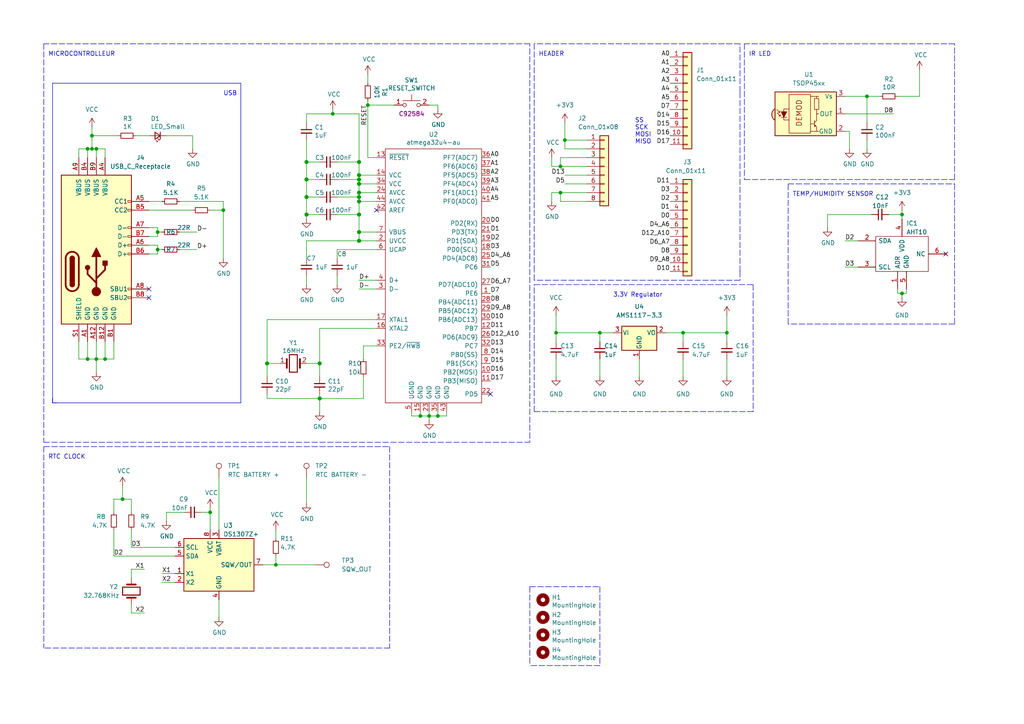
<source format=kicad_sch>
(kicad_sch (version 20220104) (generator eeschema)
  (paper "A4")
  (title_block (title "Arduino Module") (date "2021-11-13") (rev "1.0"))
  (lib_symbols
    (symbol "AHT10:AHT10" (pin_names (offset 0.762))
      (property "Reference" "IC" (at 21.59 7.62 0))
      (property "Value" "AHT10" (at 21.59 5.08 0))
      (property "LCSC" "C368909" (at 0 0 0))
      (symbol "AHT10_0_0"
        (pin passive line (at 11.43 -12.7 90) (length 5.08) (name "ADR") (number "1"))
        (pin passive line (at 0 1.27 0) (length 5.08) (name "SDA") (number "2"))
        (pin passive line (at 0 -6.35 0) (length 5.08) (name "SCL") (number "3"))
        (pin passive line (at 12.7 7.62 270) (length 5.08) (name "VDD") (number "4"))
        (pin passive line (at 13.97 -12.7 90) (length 5.08) (name "GND") (number "5"))
        (pin no_connect line (at 25.4 -2.54 180) (length 5.08) (name "NC") (number "6"))
      )
    )
    (symbol "Connector:TestPoint" (pin_numbers hide) (pin_names (offset 0.762) hide)
      (property "Reference" "TP" (at 0 6.858 0))
      (property "Value" "TestPoint" (at 0 5.08 0))
      (symbol "TestPoint_1_1"
        (pin passive line (at 0 0 90) (length 2.54) (name "1") (number "1"))
      )
    )
    (symbol "Connector:USB_C_Receptacle" (pin_names (offset 1.016))
      (property "Reference" "J5" (at 12.827 25.4 0))
      (property "Value" "USB_C_Receptacle" (at 12.827 22.86 0))
      (symbol "USB_C_Receptacle_1_1"
        (pin passive line (at -2.54 -27.94 90) (length 5.08) (name "GND") (number "A1"))
        (pin passive line (at 0 -27.94 90) (length 5.08) (name "GND") (number "A12"))
        (pin passive line (at 2.54 25.4 270) (length 5.08) (name "VBUS") (number "A4"))
        (pin bidirectional line (at 15.24 12.7 180) (length 5.08) (name "CC1") (number "A5"))
        (pin bidirectional line (at 15.24 0 180) (length 5.08) (name "D+") (number "A6"))
        (pin bidirectional line (at 15.24 5.08 180) (length 5.08) (name "D-") (number "A7"))
        (pin bidirectional line (at 15.24 -12.7 180) (length 5.08) (name "SBU1") (number "A8"))
        (pin passive line (at -5.08 25.4 270) (length 5.08) (name "VBUS") (number "A9"))
        (pin passive line (at 5.08 -27.94 90) (length 5.08) (name "GND") (number "B1"))
        (pin passive line (at 2.54 -27.94 90) (length 5.08) (name "GND") (number "B12"))
        (pin passive line (at -2.54 25.4 270) (length 5.08) (name "VBUS") (number "B4"))
        (pin bidirectional line (at 15.24 10.16 180) (length 5.08) (name "CC2") (number "B5"))
        (pin bidirectional line (at 15.24 -2.54 180) (length 5.08) (name "D+") (number "B6"))
        (pin bidirectional line (at 15.24 2.54 180) (length 5.08) (name "D-") (number "B7"))
        (pin bidirectional line (at 15.24 -15.24 180) (length 5.08) (name "SBU2") (number "B8"))
        (pin passive line (at 0 25.4 270) (length 5.08) (name "VBUS") (number "B9"))
        (pin passive line (at -5.08 -27.94 90) (length 5.08) (name "SHIELD") (number "S1"))
      )
    )
    (symbol "Connector_Generic:Conn_01x08" (pin_names (offset 1.016) hide)
      (property "Reference" "J" (at 0 10.16 0))
      (property "Value" "Conn_01x08" (at 0 -12.7 0))
      (symbol "Conn_01x08_1_1"
        (pin passive line (at -5.08 7.62 0) (length 3.81) (name "Pin_1") (number "1"))
        (pin passive line (at -5.08 5.08 0) (length 3.81) (name "Pin_2") (number "2"))
        (pin passive line (at -5.08 2.54 0) (length 3.81) (name "Pin_3") (number "3"))
        (pin passive line (at -5.08 0 0) (length 3.81) (name "Pin_4") (number "4"))
        (pin passive line (at -5.08 -2.54 0) (length 3.81) (name "Pin_5") (number "5"))
        (pin passive line (at -5.08 -5.08 0) (length 3.81) (name "Pin_6") (number "6"))
        (pin passive line (at -5.08 -7.62 0) (length 3.81) (name "Pin_7") (number "7"))
        (pin passive line (at -5.08 -10.16 0) (length 3.81) (name "Pin_8") (number "8"))
      )
    )
    (symbol "Connector_Generic:Conn_01x11" (pin_names (offset 1.016) hide)
      (property "Reference" "J" (at 0 15.24 0))
      (property "Value" "Conn_01x11" (at 0 -15.24 0))
      (symbol "Conn_01x11_1_1"
        (pin passive line (at -5.08 12.7 0) (length 3.81) (name "Pin_1") (number "1"))
        (pin passive line (at -5.08 -10.16 0) (length 3.81) (name "Pin_10") (number "10"))
        (pin passive line (at -5.08 -12.7 0) (length 3.81) (name "Pin_11") (number "11"))
        (pin passive line (at -5.08 10.16 0) (length 3.81) (name "Pin_2") (number "2"))
        (pin passive line (at -5.08 7.62 0) (length 3.81) (name "Pin_3") (number "3"))
        (pin passive line (at -5.08 5.08 0) (length 3.81) (name "Pin_4") (number "4"))
        (pin passive line (at -5.08 2.54 0) (length 3.81) (name "Pin_5") (number "5"))
        (pin passive line (at -5.08 0 0) (length 3.81) (name "Pin_6") (number "6"))
        (pin passive line (at -5.08 -2.54 0) (length 3.81) (name "Pin_7") (number "7"))
        (pin passive line (at -5.08 -5.08 0) (length 3.81) (name "Pin_8") (number "8"))
        (pin passive line (at -5.08 -7.62 0) (length 3.81) (name "Pin_9") (number "9"))
      )
    )
    (symbol "Crystal_1" (pin_names (offset 1.016) hide)
      (property "Reference" "Y" (at 0 3.81 0))
      (property "Value" "Crystal_1" (at 0 -3.81 0))
      (symbol "Crystal_1_1_1"
        (pin passive line (at -3.81 0 0) (length 1.27) (name "1") (number "1"))
        (pin passive line (at 3.81 0 180) (length 1.27) (name "2") (number "2"))
      )
    )
    (symbol "Device:C_Small" (pin_numbers hide) (pin_names (offset 0.254) hide)
      (property "Reference" "C" (at 0.254 1.778 0))
      (property "Value" "C_Small" (at 0.254 -2.032 0))
      (symbol "C_Small_1_1"
        (pin passive line (at 0 2.54 270) (length 2.032) (name "~") (number "1"))
        (pin passive line (at 0 -2.54 90) (length 2.032) (name "~") (number "2"))
      )
    )
    (symbol "Device:Crystal" (pin_numbers hide) (pin_names (offset 1.016) hide)
      (property "Reference" "Y" (at 0 3.81 0))
      (property "Value" "Crystal" (at 0 -3.81 0))
      (symbol "Crystal_1_1"
        (pin passive line (at -3.81 0 0) (length 1.27) (name "1") (number "1"))
        (pin passive line (at 3.81 0 180) (length 1.27) (name "2") (number "2"))
      )
    )
    (symbol "Device:LED_Small" (pin_numbers hide) (pin_names (offset 0.254) hide)
      (property "Reference" "D" (at -1.27 3.175 0))
      (property "Value" "LED_Small" (at -4.445 -2.54 0))
      (symbol "LED_Small_1_1"
        (pin passive line (at -2.54 0 0) (length 1.778) (name "K") (number "1"))
        (pin passive line (at 2.54 0 180) (length 1.778) (name "A") (number "2"))
      )
    )
    (symbol "Device:R_Small" (pin_numbers hide) (pin_names (offset 0.254) hide)
      (property "Reference" "R" (at 0.762 0.508 0))
      (property "Value" "R_Small" (at 0.762 -1.016 0))
      (symbol "R_Small_1_1"
        (pin passive line (at 0 2.54 270) (length 0.762) (name "~") (number "1"))
        (pin passive line (at 0 -2.54 90) (length 0.762) (name "~") (number "2"))
      )
    )
    (symbol "Interface_Optical:TSOP45xx" (pin_names (offset 1.016))
      (property "Reference" "U" (at -10.16 7.62 0))
      (property "Value" "TSOP45xx" (at -10.16 -7.62 0))
      (symbol "TSOP45xx_0_0"
        (text "DEMOD" (at -3.175 0.254 900) (effects (font (size 1.524 1.524))))
      )
      (symbol "TSOP45xx_1_1"
        (pin output line (at 10.16 0 180) (length 2.54) (name "OUT") (number "1"))
        (pin power_in line (at 10.16 -5.08 180) (length 2.54) (name "GND") (number "2"))
        (pin power_in line (at 10.16 5.08 180) (length 2.54) (name "Vs") (number "3"))
      )
    )
    (symbol "Mechanical:MountingHole" (pin_names (offset 1.016))
      (property "Reference" "H" (at 0 5.08 0))
      (property "Value" "MountingHole" (at 0 3.175 0))
    )
    (symbol "Regulator_Linear:AMS1117-3.3" (pin_names (offset 0.254))
      (property "Reference" "U" (at -3.81 3.175 0))
      (property "Value" "AMS1117-3.3" (at 0 3.175 0))
      (symbol "AMS1117-3.3_1_1"
        (pin power_in line (at 0 -7.62 90) (length 2.54) (name "GND") (number "1"))
        (pin power_out line (at 7.62 0 180) (length 2.54) (name "VO") (number "2"))
        (pin power_in line (at -7.62 0 0) (length 2.54) (name "VI") (number "3"))
      )
    )
    (symbol "Switch:SW_Push" (pin_names (offset 1.016) hide)
      (property "Reference" "SW" (at 1.27 2.54 0))
      (property "Value" "SW_Push" (at 0 -1.524 0))
      (symbol "SW_Push_0_1"
        (pin passive line (at -5.08 0 0) (length 2.54) (name "1") (number "1"))
        (pin passive line (at 5.08 0 180) (length 2.54) (name "2") (number "2"))
      )
    )
    (symbol "Timer_RTC:DS1307Z+"
      (property "Reference" "U" (at -8.89 8.89 0))
      (property "Value" "DS1307Z+" (at 1.27 8.89 0))
      (symbol "DS1307Z+_1_1"
        (pin input line (at -12.7 -2.54 0) (length 2.54) (name "X1") (number "1"))
        (pin input line (at -12.7 -5.08 0) (length 2.54) (name "X2") (number "2"))
        (pin power_in line (at 0 10.16 270) (length 2.54) (name "VBAT") (number "3"))
        (pin power_in line (at 0 -10.16 90) (length 2.54) (name "GND") (number "4"))
        (pin bidirectional line (at -12.7 2.54 0) (length 2.54) (name "SDA") (number "5"))
        (pin input line (at -12.7 5.08 0) (length 2.54) (name "SCL") (number "6"))
        (pin open_collector line (at 12.7 0 180) (length 2.54) (name "SQW/OUT") (number "7"))
        (pin power_in line (at -2.54 10.16 270) (length 2.54) (name "VCC") (number "8"))
      )
    )
    (symbol "atmega32u4-au:atmega32u4-au" (pin_names (offset 1.016))
      (property "Reference" "U" (at 20.32 -40.64 0))
      (property "Value" "atmega32u4-au" (at 20.32 -38.1 0))
      (symbol "atmega32u4-au_1_1"
        (pin output line (at 17.78 -3.81 180) (length 2.54) (name "PE6") (number "1"))
        (pin output line (at 17.78 -26.67 180) (length 2.54) (name "PB2(MOSI)") (number "10"))
        (pin output line (at 17.78 -29.21 180) (length 2.54) (name "PB3(MISO)") (number "11"))
        (pin output line (at 17.78 -13.97 180) (length 2.54) (name "PB7") (number "12"))
        (pin input line (at -15.24 35.56 0) (length 2.54) (name "~{RESET}") (number "13"))
        (pin power_in line (at -15.24 30.48 0) (length 2.54) (name "VCC") (number "14"))
        (pin input line (at -2.54 -38.1 90) (length 2.54) (name "GND") (number "15"))
        (pin input line (at -15.24 -13.97 0) (length 2.54) (name "XTAL2") (number "16"))
        (pin input line (at -15.24 -11.43 0) (length 2.54) (name "XTAL1") (number "17"))
        (pin output line (at 17.78 8.89 180) (length 2.54) (name "PD0(SCL)") (number "18"))
        (pin output line (at 17.78 11.43 180) (length 2.54) (name "PD1(SDA)") (number "19"))
        (pin power_in line (at -15.24 11.43 0) (length 2.54) (name "UVCC") (number "2"))
        (pin output line (at 17.78 16.51 180) (length 2.54) (name "PD2(RX)") (number "20"))
        (pin output line (at 17.78 13.97 180) (length 2.54) (name "PD3(TX)") (number "21"))
        (pin output line (at 17.78 -33.02 180) (length 2.54) (name "PD5") (number "22"))
        (pin input line (at 0 -38.1 90) (length 2.54) (name "GND") (number "23"))
        (pin power_in line (at -15.24 25.4 0) (length 2.54) (name "AVCC") (number "24"))
        (pin output line (at 17.78 6.35 180) (length 2.54) (name "PD4(ADC8)") (number "25"))
        (pin output line (at 17.78 -16.51 180) (length 2.54) (name "PD6(ADC9)") (number "26"))
        (pin output line (at 17.78 -1.27 180) (length 2.54) (name "PD7(ADC10)") (number "27"))
        (pin output line (at 17.78 -6.35 180) (length 2.54) (name "PB4(ADC11)") (number "28"))
        (pin output line (at 17.78 -8.89 180) (length 2.54) (name "PB5(ADC12)") (number "29"))
        (pin input line (at -15.24 -2.54 0) (length 2.54) (name "D-") (number "3"))
        (pin output line (at 17.78 -11.43 180) (length 2.54) (name "PB6(ADC13)") (number "30"))
        (pin output line (at 17.78 3.81 180) (length 2.54) (name "PC6") (number "31"))
        (pin output line (at 17.78 -19.05 180) (length 2.54) (name "PC7") (number "32"))
        (pin input line (at -15.24 -19.05 0) (length 2.54) (name "PE2/~{HWB}") (number "33"))
        (pin power_in line (at -15.24 27.94 0) (length 2.54) (name "VCC") (number "34"))
        (pin input line (at 2.54 -38.1 90) (length 2.54) (name "GND") (number "35"))
        (pin output line (at 17.78 35.56 180) (length 2.54) (name "PF7(ADC7)") (number "36"))
        (pin output line (at 17.78 33.02 180) (length 2.54) (name "PF6(ADC6)") (number "37"))
        (pin output line (at 17.78 30.48 180) (length 2.54) (name "PF5(ADC5)") (number "38"))
        (pin output line (at 17.78 27.94 180) (length 2.54) (name "PF4(ADC4)") (number "39"))
        (pin input line (at -15.24 0 0) (length 2.54) (name "D+") (number "4"))
        (pin output line (at 17.78 25.4 180) (length 2.54) (name "PF1(ADC1)") (number "40"))
        (pin output line (at 17.78 22.86 180) (length 2.54) (name "PF0(ADC0)") (number "41"))
        (pin power_in line (at -15.24 20.32 0) (length 2.54) (name "AREF") (number "42"))
        (pin input line (at 5.08 -38.1 90) (length 2.54) (name "GND") (number "43"))
        (pin power_in line (at -15.24 22.86 0) (length 2.54) (name "AVCC") (number "44"))
        (pin input line (at -5.08 -38.1 90) (length 2.54) (name "UGND") (number "5"))
        (pin power_in line (at -15.24 8.89 0) (length 2.54) (name "UCAP") (number "6"))
        (pin power_in line (at -15.24 13.97 0) (length 2.54) (name "VBUS") (number "7"))
        (pin output line (at 17.78 -21.59 180) (length 2.54) (name "PB0(SS)") (number "8"))
        (pin output line (at 17.78 -24.13 180) (length 2.54) (name "PB1(SCK)") (number "9"))
      )
    )
    (symbol "power:+3.3V" (power) (pin_names (offset 0))
      (property "Value" "+3.3V" (at 0 3.556 0))
      (symbol "+3.3V_1_1"
        (pin power_in line (at 0 0 90) (length 0) hide (name "+3V3") (number "1"))
      )
    )
    (symbol "power:GND" (power) (pin_names (offset 0))
      (property "Value" "GND" (at 0 -3.81 0))
      (symbol "GND_1_1"
        (pin power_in line (at 0 0 270) (length 0) hide (name "GND") (number "1"))
      )
    )
    (symbol "power:VCC" (power) (pin_names (offset 0))
      (property "Value" "VCC" (at 0 3.81 0))
      (symbol "VCC_1_1"
        (pin power_in line (at 0 0 90) (length 0) hide (name "VCC") (number "1"))
      )
    )
  )
  (junction (at 162.56 55.88) (diameter 0.9144))
  (junction (at 210.82 96.52) (diameter 0.9144))
  (junction (at 25.4 43.18) (diameter 0.9144))
  (junction (at 88.9 57.15) (diameter 1.016))
  (junction (at 104.14 67.31) (diameter 1.016))
  (junction (at 162.56 48.26) (diameter 0.9144))
  (junction (at 104.14 46.99) (diameter 1.016))
  (junction (at 60.96 148.59) (diameter 0.9144))
  (junction (at 88.9 62.23) (diameter 1.016))
  (junction (at 104.14 55.88) (diameter 1.016))
  (junction (at 127 120.65) (diameter 0.9144))
  (junction (at 104.14 52.07) (diameter 1.016))
  (junction (at 26.67 39.37) (diameter 0.9144))
  (junction (at 27.94 43.18) (diameter 0.9144))
  (junction (at 173.99 96.52) (diameter 0.9144))
  (junction (at 35.56 144.78) (diameter 0.9144))
  (junction (at 124.46 120.65) (diameter 0.9144))
  (junction (at 198.12 96.52) (diameter 0.9144))
  (junction (at 104.14 57.15) (diameter 1.016))
  (junction (at 104.14 62.23) (diameter 1.016))
  (junction (at 104.14 50.8) (diameter 1.016))
  (junction (at 104.14 69.85) (diameter 1.016))
  (junction (at 251.46 27.94) (diameter 0.9144))
  (junction (at 121.92 120.65) (diameter 0.9144))
  (junction (at 163.83 40.64) (diameter 0.9144))
  (junction (at 26.67 43.18) (diameter 0.9144))
  (junction (at 88.9 52.07) (diameter 1.016))
  (junction (at 92.71 105.41) (diameter 1.016))
  (junction (at 88.9 46.99) (diameter 1.016))
  (junction (at 104.14 53.34) (diameter 1.016))
  (junction (at 45.72 72.39) (diameter 0.9144))
  (junction (at 96.52 33.02) (diameter 0.9144))
  (junction (at 261.62 85.09))
  (junction (at 27.94 104.14) (diameter 0.9144))
  (junction (at 25.4 104.14) (diameter 0.9144))
  (junction (at 92.71 115.57) (diameter 1.016))
  (junction (at 77.47 105.41) (diameter 1.016))
  (junction (at 104.14 58.42) (diameter 1.016))
  (junction (at 161.29 96.52) (diameter 0.9144))
  (junction (at 64.77 60.96) (diameter 0.9144))
  (junction (at 30.48 104.14) (diameter 0.9144))
  (junction (at 261.62 62.23))
  (junction (at 80.01 163.83) (diameter 0.9144))
  (junction (at 106.68 30.48) (diameter 0.9144))
  (junction (at 45.72 67.31) (diameter 0.9144))
  (no_connect (at 142.24 114.3))
  (no_connect (at 109.22 60.96))
  (no_connect (at 43.18 83.82))
  (no_connect (at 43.18 86.36))
  (no_connect (at 274.32 73.66))
  (wire (pts (xy 257.81 62.23) (xy 261.62 62.23)))
  (wire (pts (xy 45.72 67.31) (xy 46.99 67.31)))
  (wire (pts (xy 45.72 71.12) (xy 43.18 71.12)))
  (wire (pts (xy 45.72 72.39) (xy 45.72 71.12)))
  (wire (pts (xy 106.68 21.59) (xy 106.68 24.13)))
  (wire (pts (xy 109.22 67.31) (xy 104.14 67.31)))
  (wire (pts (xy 92.71 62.23) (xy 88.9 62.23)))
  (wire (pts (xy 240.03 62.23) (xy 240.03 66.04)))
  (wire (pts (xy 252.73 62.23) (xy 240.03 62.23)))
  (wire (pts (xy 35.56 144.78) (xy 33.02 144.78)))
  (wire (pts (xy 33.02 144.78) (xy 33.02 148.59)))
  (wire (pts (xy 38.1 144.78) (xy 35.56 144.78)))
  (wire (pts (xy 38.1 148.59) (xy 38.1 144.78)))
  (wire (pts (xy 88.9 105.41) (xy 92.71 105.41)))
  (wire (pts (xy 52.07 58.42) (xy 64.77 58.42)))
  (wire (pts (xy 48.26 39.37) (xy 55.88 39.37)))
  (wire (pts (xy 245.11 77.47) (xy 248.92 77.47)))
  (wire (pts (xy 163.83 50.8) (xy 170.18 50.8)))
  (wire (pts (xy 33.02 99.06) (xy 33.02 104.14)))
  (wire (pts (xy 104.14 69.85) (xy 104.14 67.31)))
  (wire (pts (xy 39.37 39.37) (xy 43.18 39.37)))
  (polyline (pts (xy 154.94 81.28) (xy 154.94 78.74)) (stroke (width 0) (type dash)))
  (polyline (pts (xy 214.63 78.74) (xy 214.63 81.28)) (stroke (width 0) (type dash)))
  (polyline (pts (xy 214.63 81.28) (xy 154.94 81.28)) (stroke (width 0) (type dash)))
  (wire (pts (xy 77.47 92.71) (xy 77.47 105.41)))
  (wire (pts (xy 260.35 27.94) (xy 266.7 27.94)))
  (wire (pts (xy 266.7 20.32) (xy 266.7 27.94)))
  (wire (pts (xy 104.14 58.42) (xy 104.14 62.23)))
  (wire (pts (xy 88.9 40.64) (xy 88.9 46.99)))
  (wire (pts (xy 88.9 138.43) (xy 88.9 146.05)))
  (wire (pts (xy 245.11 69.85) (xy 248.92 69.85)))
  (wire (pts (xy 88.9 33.02) (xy 88.9 35.56)))
  (wire (pts (xy 60.96 60.96) (xy 64.77 60.96)))
  (wire (pts (xy 104.14 50.8) (xy 104.14 46.99)))
  (wire (pts (xy 104.14 52.07) (xy 104.14 50.8)))
  (wire (pts (xy 63.5 138.43) (xy 63.5 153.67)))
  (wire (pts (xy 173.99 96.52) (xy 173.99 99.06)))
  (wire (pts (xy 161.29 96.52) (xy 161.29 99.06)))
  (wire (pts (xy 105.41 104.14) (xy 105.41 100.33)))
  (wire (pts (xy 77.47 115.57) (xy 77.47 114.3)))
  (wire (pts (xy 109.22 92.71) (xy 77.47 92.71)))
  (wire (pts (xy 104.14 46.99) (xy 104.14 33.02)))
  (wire (pts (xy 88.9 80.01) (xy 88.9 82.55)))
  (wire (pts (xy 124.46 30.48) (xy 127 30.48)))
  (wire (pts (xy 106.68 30.48) (xy 106.68 45.72)))
  (wire (pts (xy 27.94 104.14) (xy 27.94 107.95)))
  (wire (pts (xy 58.42 148.59) (xy 60.96 148.59)))
  (wire (pts (xy 30.48 99.06) (xy 30.48 104.14)))
  (wire (pts (xy 109.22 50.8) (xy 104.14 50.8)))
  (wire (pts (xy 198.12 96.52) (xy 198.12 99.06)))
  (wire (pts (xy 163.83 40.64) (xy 163.83 43.18)))
  (wire (pts (xy 163.83 35.56) (xy 163.83 40.64)))
  (wire (pts (xy 170.18 43.18) (xy 163.83 43.18)))
  (wire (pts (xy 27.94 43.18) (xy 27.94 45.72)))
  (wire (pts (xy 92.71 52.07) (xy 88.9 52.07)))
  (wire (pts (xy 245.11 27.94) (xy 251.46 27.94)))
  (wire (pts (xy 92.71 115.57) (xy 92.71 119.38)))
  (wire (pts (xy 104.14 53.34) (xy 104.14 52.07)))
  (wire (pts (xy 88.9 33.02) (xy 96.52 33.02)))
  (wire (pts (xy 96.52 33.02) (xy 104.14 33.02)))
  (wire (pts (xy 88.9 62.23) (xy 88.9 63.5)))
  (wire (pts (xy 124.46 120.65) (xy 124.46 121.92)))
  (wire (pts (xy 22.86 45.72) (xy 22.86 43.18)))
  (wire (pts (xy 22.86 43.18) (xy 25.4 43.18)))
  (wire (pts (xy 163.83 53.34) (xy 170.18 53.34)))
  (wire (pts (xy 43.18 60.96) (xy 55.88 60.96)))
  (wire (pts (xy 161.29 91.44) (xy 161.29 96.52)))
  (wire (pts (xy 173.99 96.52) (xy 161.29 96.52)))
  (wire (pts (xy 177.8 96.52) (xy 173.99 96.52)))
  (wire (pts (xy 105.41 109.22) (xy 105.41 115.57)))
  (wire (pts (xy 45.72 72.39) (xy 45.72 73.66)))
  (wire (pts (xy 45.72 73.66) (xy 43.18 73.66)))
  (wire (pts (xy 22.86 99.06) (xy 22.86 104.14)))
  (wire (pts (xy 92.71 105.41) (xy 92.71 109.22)))
  (wire (pts (xy 121.92 119.38) (xy 121.92 120.65)))
  (wire (pts (xy 198.12 104.14) (xy 198.12 109.22)))
  (wire (pts (xy 30.48 104.14) (xy 33.02 104.14)))
  (wire (pts (xy 25.4 104.14) (xy 27.94 104.14)))
  (wire (pts (xy 22.86 104.14) (xy 25.4 104.14)))
  (wire (pts (xy 27.94 104.14) (xy 30.48 104.14)))
  (wire (pts (xy 245.11 33.02) (xy 259.08 33.02)))
  (wire (pts (xy 80.01 153.67) (xy 80.01 156.21)))
  (wire (pts (xy 104.14 69.85) (xy 88.9 69.85)))
  (wire (pts (xy 127 119.38) (xy 127 120.65)))
  (wire (pts (xy 26.67 39.37) (xy 34.29 39.37)))
  (wire (pts (xy 30.48 43.18) (xy 27.94 43.18)))
  (wire (pts (xy 27.94 43.18) (xy 26.67 43.18)))
  (wire (pts (xy 30.48 45.72) (xy 30.48 43.18)))
  (wire (pts (xy 27.94 99.06) (xy 27.94 104.14)))
  (wire (pts (xy 35.56 140.97) (xy 35.56 144.78)))
  (wire (pts (xy 92.71 95.25) (xy 109.22 95.25)))
  (wire (pts (xy 92.71 114.3) (xy 92.71 115.57)))
  (wire (pts (xy 64.77 60.96) (xy 64.77 74.93)))
  (wire (pts (xy 64.77 58.42) (xy 64.77 60.96)))
  (wire (pts (xy 52.07 67.31) (xy 57.15 67.31)))
  (wire (pts (xy 45.72 72.39) (xy 46.99 72.39)))
  (wire (pts (xy 162.56 48.26) (xy 170.18 48.26)))
  (wire (pts (xy 109.22 45.72) (xy 106.68 45.72)))
  (polyline (pts (xy 153.67 12.7) (xy 12.7 12.7)) (stroke (width 0) (type dash)))
  (polyline (pts (xy 12.7 128.27) (xy 153.67 128.27)) (stroke (width 0) (type dash)))
  (polyline (pts (xy 153.67 100.33) (xy 153.67 12.7)) (stroke (width 0) (type dash)))
  (polyline (pts (xy 12.7 12.7) (xy 12.7 128.27)) (stroke (width 0) (type dash)))
  (polyline (pts (xy 153.67 100.33) (xy 153.67 128.27)) (stroke (width 0) (type dash)))
  (wire (pts (xy 25.4 99.06) (xy 25.4 104.14)))
  (wire (pts (xy 81.28 105.41) (xy 77.47 105.41)))
  (wire (pts (xy 127 30.48) (xy 127 31.75)))
  (polyline (pts (xy 154.94 26.67) (xy 154.94 78.74)) (stroke (width 0) (type dash)))
  (polyline (pts (xy 214.63 78.74) (xy 214.63 26.67)) (stroke (width 0) (type dash)))
  (wire (pts (xy 26.67 39.37) (xy 26.67 43.18)))
  (wire (pts (xy 26.67 36.83) (xy 26.67 39.37)))
  (wire (pts (xy 25.4 43.18) (xy 26.67 43.18)))
  (wire (pts (xy 25.4 45.72) (xy 25.4 43.18)))
  (wire (pts (xy 251.46 40.64) (xy 251.46 43.18)))
  (wire (pts (xy 114.3 30.48) (xy 106.68 30.48)))
  (wire (pts (xy 104.14 62.23) (xy 97.79 62.23)))
  (polyline (pts (xy 154.94 12.7) (xy 154.94 26.67)) (stroke (width 0) (type dash)))
  (polyline (pts (xy 214.63 12.7) (xy 154.94 12.7)) (stroke (width 0) (type dash)))
  (polyline (pts (xy 214.63 26.67) (xy 214.63 12.7)) (stroke (width 0) (type dash)))
  (wire (pts (xy 104.14 55.88) (xy 104.14 57.15)))
  (wire (pts (xy 77.47 115.57) (xy 92.71 115.57)))
  (wire (pts (xy 160.02 55.88) (xy 160.02 58.42)))
  (wire (pts (xy 109.22 81.28) (xy 104.14 81.28)))
  (wire (pts (xy 52.07 72.39) (xy 57.15 72.39)))
  (wire (pts (xy 262.89 83.82) (xy 262.89 85.09)))
  (wire (pts (xy 262.89 85.09) (xy 261.62 85.09)))
  (wire (pts (xy 260.35 85.09) (xy 260.35 83.82)))
  (wire (pts (xy 261.62 85.09) (xy 260.35 85.09)))
  (wire (pts (xy 104.14 55.88) (xy 109.22 55.88)))
  (wire (pts (xy 38.1 153.67) (xy 38.1 158.75)))
  (wire (pts (xy 38.1 158.75) (xy 50.8 158.75)))
  (wire (pts (xy 160.02 48.26) (xy 162.56 48.26)))
  (wire (pts (xy 160.02 45.72) (xy 160.02 48.26)))
  (wire (pts (xy 46.99 168.91) (xy 50.8 168.91)))
  (wire (pts (xy 97.79 72.39) (xy 97.79 74.93)))
  (wire (pts (xy 55.88 43.18) (xy 55.88 39.37)))
  (wire (pts (xy 124.46 120.65) (xy 127 120.65)))
  (wire (pts (xy 119.38 119.38) (xy 119.38 120.65)))
  (wire (pts (xy 119.38 120.65) (xy 121.92 120.65)))
  (wire (pts (xy 121.92 120.65) (xy 124.46 120.65)))
  (wire (pts (xy 129.54 120.65) (xy 129.54 119.38)))
  (wire (pts (xy 127 120.65) (xy 129.54 120.65)))
  (wire (pts (xy 46.99 166.37) (xy 50.8 166.37)))
  (wire (pts (xy 88.9 57.15) (xy 88.9 52.07)))
  (wire (pts (xy 80.01 163.83) (xy 91.44 163.83)))
  (wire (pts (xy 76.2 163.83) (xy 80.01 163.83)))
  (wire (pts (xy 88.9 46.99) (xy 92.71 46.99)))
  (wire (pts (xy 160.02 55.88) (xy 162.56 55.88)))
  (wire (pts (xy 162.56 55.88) (xy 170.18 55.88)))
  (wire (pts (xy 92.71 57.15) (xy 88.9 57.15)))
  (wire (pts (xy 104.14 46.99) (xy 97.79 46.99)))
  (wire (pts (xy 109.22 100.33) (xy 105.41 100.33)))
  (wire (pts (xy 109.22 72.39) (xy 97.79 72.39)))
  (polyline (pts (xy 215.9 52.07) (xy 276.86 52.07)) (stroke (width 0) (type dash)))
  (polyline (pts (xy 276.86 12.7) (xy 215.9 12.7)) (stroke (width 0) (type dash)))
  (polyline (pts (xy 215.9 12.7) (xy 215.9 52.07)) (stroke (width 0) (type dash)))
  (polyline (pts (xy 276.86 52.07) (xy 276.86 12.7)) (stroke (width 0) (type dash)))
  (wire (pts (xy 43.18 58.42) (xy 46.99 58.42)))
  (wire (pts (xy 60.96 147.32) (xy 60.96 148.59)))
  (wire (pts (xy 60.96 148.59) (xy 60.96 153.67)))
  (wire (pts (xy 163.83 40.64) (xy 170.18 40.64)))
  (wire (pts (xy 109.22 53.34) (xy 104.14 53.34)))
  (wire (pts (xy 88.9 52.07) (xy 88.9 46.99)))
  (wire (pts (xy 198.12 96.52) (xy 210.82 96.52)))
  (wire (pts (xy 193.04 96.52) (xy 198.12 96.52)))
  (wire (pts (xy 210.82 99.06) (xy 210.82 96.52)))
  (wire (pts (xy 210.82 104.14) (xy 210.82 109.22)))
  (polyline (pts (xy 228.6 53.34) (xy 276.86 53.34)) (stroke (width 0) (type dash)))
  (polyline (pts (xy 276.86 53.34) (xy 276.86 93.98)) (stroke (width 0) (type dash)))
  (polyline (pts (xy 276.86 93.98) (xy 228.6 93.98)) (stroke (width 0) (type dash)))
  (polyline (pts (xy 228.6 93.98) (xy 228.6 53.34)) (stroke (width 0) (type dash)))
  (wire (pts (xy 109.22 83.82) (xy 104.14 83.82)))
  (wire (pts (xy 173.99 104.14) (xy 173.99 109.22)))
  (wire (pts (xy 124.46 119.38) (xy 124.46 120.65)))
  (wire (pts (xy 92.71 105.41) (xy 92.71 95.25)))
  (polyline (pts (xy 12.7 129.54) (xy 12.7 187.96)) (stroke (width 0) (type dash)))
  (polyline (pts (xy 113.03 129.54) (xy 113.03 187.96)) (stroke (width 0) (type dash)))
  (polyline (pts (xy 113.03 187.96) (xy 12.7 187.96)) (stroke (width 0) (type dash)))
  (polyline (pts (xy 12.7 129.54) (xy 113.03 129.54)) (stroke (width 0) (type dash)))
  (wire (pts (xy 88.9 62.23) (xy 88.9 57.15)))
  (wire (pts (xy 53.34 148.59) (xy 48.26 148.59)))
  (wire (pts (xy 48.26 148.59) (xy 48.26 151.13)))
  (wire (pts (xy 38.1 165.1) (xy 41.91 165.1)))
  (wire (pts (xy 38.1 167.64) (xy 38.1 165.1)))
  (wire (pts (xy 104.14 55.88) (xy 104.14 53.34)))
  (wire (pts (xy 96.52 31.75) (xy 96.52 33.02)))
  (wire (pts (xy 245.11 38.1) (xy 246.38 38.1)))
  (wire (pts (xy 246.38 38.1) (xy 246.38 43.18)))
  (wire (pts (xy 63.5 173.99) (xy 63.5 179.07)))
  (wire (pts (xy 104.14 57.15) (xy 97.79 57.15)))
  (wire (pts (xy 109.22 69.85) (xy 104.14 69.85)))
  (wire (pts (xy 97.79 80.01) (xy 97.79 82.55)))
  (wire (pts (xy 45.72 68.58) (xy 45.72 67.31)))
  (wire (pts (xy 43.18 68.58) (xy 45.72 68.58)))
  (wire (pts (xy 80.01 161.29) (xy 80.01 163.83)))
  (wire (pts (xy 77.47 105.41) (xy 77.47 109.22)))
  (wire (pts (xy 104.14 52.07) (xy 97.79 52.07)))
  (wire (pts (xy 104.14 67.31) (xy 104.14 62.23)))
  (wire (pts (xy 38.1 177.8) (xy 41.91 177.8)))
  (wire (pts (xy 38.1 175.26) (xy 38.1 177.8)))
  (wire (pts (xy 261.62 62.23) (xy 261.62 63.5)))
  (wire (pts (xy 261.62 60.96) (xy 261.62 62.23)))
  (polyline (pts (xy 15.24 24.13) (xy 69.85 24.13)))
  (polyline (pts (xy 69.85 24.13) (xy 69.85 116.84)))
  (polyline (pts (xy 69.85 116.84) (xy 15.24 116.84)))
  (wire (pts (xy 43.18 66.04) (xy 45.72 66.04)))
  (wire (pts (xy 45.72 66.04) (xy 45.72 67.31)))
  (wire (pts (xy 251.46 27.94) (xy 255.27 27.94)))
  (wire (pts (xy 33.02 161.29) (xy 33.02 153.67)))
  (wire (pts (xy 33.02 161.29) (xy 50.8 161.29)))
  (wire (pts (xy 104.14 58.42) (xy 109.22 58.42)))
  (polyline (pts (xy 153.67 170.18) (xy 173.99 170.18)) (stroke (width 0) (type dash)))
  (polyline (pts (xy 173.99 170.18) (xy 173.99 193.04)) (stroke (width 0) (type dash)))
  (polyline (pts (xy 173.99 193.04) (xy 153.67 193.04)) (stroke (width 0) (type dash)))
  (polyline (pts (xy 153.67 170.18) (xy 153.67 193.04)) (stroke (width 0) (type dash)))
  (wire (pts (xy 185.42 104.14) (xy 185.42 109.22)))
  (polyline (pts (xy 15.24 115.57) (xy 15.24 116.84)))
  (polyline (pts (xy 15.24 116.84) (xy 16.51 116.84)))
  (polyline (pts (xy 218.44 82.55) (xy 218.44 119.38)) (stroke (width 0) (type dash)))
  (polyline (pts (xy 218.44 119.38) (xy 154.94 119.38)) (stroke (width 0) (type dash)))
  (polyline (pts (xy 154.94 82.55) (xy 218.44 82.55)) (stroke (width 0) (type dash)))
  (polyline (pts (xy 154.94 119.38) (xy 154.94 82.55)) (stroke (width 0) (type dash)))
  (wire (pts (xy 104.14 58.42) (xy 104.14 57.15)))
  (polyline (pts (xy 15.24 24.13) (xy 15.24 116.84)))
  (wire (pts (xy 210.82 91.44) (xy 210.82 96.52)))
  (wire (pts (xy 261.62 85.09) (xy 261.62 86.36)))
  (wire (pts (xy 88.9 69.85) (xy 88.9 74.93)))
  (wire (pts (xy 105.41 115.57) (xy 92.71 115.57)))
  (wire (pts (xy 161.29 104.14) (xy 161.29 109.22)))
  (wire (pts (xy 162.56 45.72) (xy 162.56 48.26)))
  (wire (pts (xy 162.56 45.72) (xy 170.18 45.72)))
  (wire (pts (xy 251.46 27.94) (xy 251.46 35.56)))
  (wire (pts (xy 106.68 30.48) (xy 106.68 29.21)))
  (wire (pts (xy 162.56 58.42) (xy 162.56 55.88)))
  (wire (pts (xy 162.56 58.42) (xy 170.18 58.42)))
  (text "HEADER" (at 156.21 16.51 0) (effects (font (size 1.27 1.27)) (justify left bottom)))
  (text "TEMP/HUMIDITY SENSOR" (at 229.87 57.15 0) (effects (font (size 1.27 1.27)) (justify left bottom)))
  (text "MICROCONTROLLEUR" (at 13.97 16.51 0) (effects (font (size 1.27 1.27)) (justify left bottom)))
  (text "IR LED" (at 217.17 16.51 0) (effects (font (size 1.27 1.27)) (justify left bottom)))
  (text "RTC CLOCK\n" (at 13.97 133.35 0) (effects (font (size 1.27 1.27)) (justify left bottom)))
  (text "SS\nSCK\nMOSI\nMISO" (at 184.15 41.91 0) (effects (font (size 1.27 1.27)) (justify left bottom)))
  (text "USB" (at 64.77 27.94 0) (effects (font (size 1.27 1.27)) (justify left bottom)))
  (text "3.3V Regulator" (at 177.8 86.36 0) (effects (font (size 1.27 1.27)) (justify left bottom)))
  (label "X2" (at 46.99 168.91 0))
  (label "A2" (at 142.24 50.8 0))
  (label "D9_A8" (at 194.31 76.2 0))
  (label "A0" (at 142.24 45.72 0))
  (label "D3" (at 245.11 77.47 0))
  (label "D3" (at 38.1 158.75 0))
  (label "X2" (at 41.91 177.8 0))
  (label "D17" (at 142.24 110.49 0))
  (label "D2" (at 142.24 69.85 0))
  (label "D10" (at 194.31 78.74 0))
  (label "D+" (at 57.15 72.39 0))
  (label "D13" (at 163.83 50.8 0))
  (label "D3" (at 194.31 55.88 0))
  (label "D+" (at 104.14 81.28 0))
  (label "D0" (at 142.24 64.77 0))
  (label "D1" (at 194.31 60.96 0))
  (label "D7" (at 194.31 31.75 0))
  (label "A1" (at 142.24 48.26 0))
  (label "A1" (at 194.31 19.05 0))
  (label "D2" (at 245.11 69.85 0))
  (label "A5" (at 194.31 29.21 0))
  (label "D1" (at 142.24 67.31 0))
  (label "D16" (at 142.24 107.95 0))
  (label "D6_A7" (at 194.31 71.12 0))
  (label "D-" (at 104.14 83.82 0))
  (label "A4" (at 194.31 26.67 0))
  (label "A0" (at 194.31 16.51 0))
  (label "D11" (at 194.31 53.34 0))
  (label "D8" (at 194.31 73.66 0))
  (label "D10" (at 142.24 92.71 0))
  (label "D4_A6" (at 194.31 66.04 0))
  (label "D12_A10" (at 142.24 97.79 0))
  (label "D12_A10" (at 194.31 68.58 0))
  (label "D11" (at 142.24 95.25 0))
  (label "D14" (at 142.24 102.87 0))
  (label "A5" (at 142.24 58.42 0))
  (label "A3" (at 142.24 53.34 0))
  (label "D14" (at 194.31 34.29 0))
  (label "D4_A6" (at 142.24 74.93 0))
  (label "D5" (at 163.83 53.34 0))
  (label "D-" (at 57.15 67.31 0))
  (label "X1" (at 41.91 165.1 0))
  (label "D6_A7" (at 142.24 82.55 0))
  (label "D8" (at 259.08 33.02 0))
  (label "A2" (at 194.31 21.59 0))
  (label "D2" (at 33.02 161.29 0))
  (label "A3" (at 194.31 24.13 0))
  (label "D3" (at 142.24 72.39 0))
  (label "RESET" (at 106.68 30.48 90))
  (label "D17" (at 194.31 41.91 0))
  (label "D7" (at 142.24 85.09 0))
  (label "D13" (at 142.24 100.33 0))
  (label "D8" (at 142.24 87.63 0))
  (label "D5" (at 142.24 77.47 0))
  (label "D15" (at 142.24 105.41 0))
  (label "D2" (at 194.31 58.42 0))
  (label "X1" (at 46.99 166.37 0))
  (label "D16" (at 194.31 39.37 0))
  (label "A4" (at 142.24 55.88 0))
  (label "D0" (at 194.31 63.5 0))
  (label "D15" (at 194.31 36.83 0))
  (label "D9_A8" (at 142.24 90.17 0))
  (symbol (lib_id "power:GND") (at 251.46 43.18 0) (unit 1)
    (property "Reference" "#PWR010" (effects hide))
    (property "Value" "GND" (at 251.587 47.5742 0))
  )
  (symbol (lib_id "atmega32u4-au:atmega32u4-au") (at 124.46 81.28 0) (unit 1)
    (property "Reference" "U2" (at 125.73 38.989 0))
    (property "Value" "atmega32u4-au" (at 125.73 41.3004 0))
    (property "Footprint" "Package_QFP:TQFP-44_10x10mm_P0.8mm" (effects hide))
    (property "LCSC" "C44854" (effects hide))
  )
  (symbol (lib_id "power:GND") (at 63.5 179.07 0) (unit 1)
    (property "Reference" "#PWR026" (effects hide))
    (property "Value" "GND" (at 63.627 183.4642 0))
  )
  (symbol (lib_id "Interface_Optical:TSOP45xx") (at 234.95 33.02 0) (unit 1)
    (property "Reference" "U1" (at 234.6071 21.59 0))
    (property "Value" "TSOP45xx" (at 234.6071 24.13 0))
    (property "Footprint" "OptoDevice:Vishay_MOLD-3Pin" (effects hide))
    (property "Datasheet" "http://www.vishay.com/docs/82460/tsop45.pdf" (effects hide))
    (property "LCSC" "C124647" (effects hide))
  )
  (symbol (lib_id "power:GND") (at 160.02 58.42 0) (unit 1)
    (property "Reference" "#PWR011" (effects hide))
    (property "Value" "GND" (at 160.147 62.8142 0))
  )
  (symbol (lib_id "Device:C_Small") (at 88.9 77.47 0) (unit 1)
    (property "Reference" "C7" (at 88.9 74.93 0) (effects (justify left)))
    (property "Value" "1uF" (at 91.44 77.47 0) (effects (justify left)))
    (property "Footprint" "Capacitor_SMD:C_0603_1608Metric_Pad1.08x0.95mm_HandSolder" (effects hide))
    (property "LCSC" "C15849" (effects hide))
  )
  (symbol (lib_id "power:GND") (at 55.88 43.18 0) (unit 1)
    (property "Reference" "#PWR07" (effects hide))
    (property "Value" "GND" (at 56.007 47.5742 0))
  )
  (symbol (lib_id "Connector:TestPoint") (at 91.44 163.83 270) (unit 1)
    (property "Reference" "TP3" (at 99.06 162.5599 90) (effects (justify left)))
    (property "Value" "SQW_OUT" (at 99.06 165.0999 90) (effects (justify left)))
    (property "Footprint" "TestPoint:TestPoint_Keystone_5015_Micro-Minature" (effects hide))
  )
  (symbol (lib_id "AHT10:AHT10") (at 248.92 71.12 0) (unit 1)
    (property "Reference" "IC1" (at 262.89 64.7699 0) (effects (justify left)))
    (property "Value" "AHT10" (at 262.89 67.3099 0) (effects (justify left)))
    (property "Footprint" "AHT10:AHT10" (effects hide))
    (property "Datasheet" "https://datasheet.lcsc.com/szlcsc/1901291508_Aosong-Guangzhou-Elec-AHT10_C368909.pdf" (effects hide))
    (property "LCSC" "C368909" (effects hide))
  )
  (symbol (lib_id "Connector_Generic:Conn_01x08") (at 175.26 48.26 0) (unit 1)
    (property "Reference" "J2" (at 167.64 34.2899 0) (effects (justify left)))
    (property "Value" "Conn_01x08" (at 167.64 36.8299 0) (effects (justify left)))
    (property "Footprint" "Connector_PinHeader_2.54mm:PinHeader_1x08_P2.54mm_Vertical" (effects hide))
  )
  (symbol (lib_id "power:GND") (at 48.26 151.13 0) (unit 1)
    (property "Reference" "#PWR020" (effects hide))
    (property "Value" "GND" (at 48.387 155.5242 0))
  )
  (symbol (lib_id "power:VCC") (at 35.56 140.97 0) (unit 1)
    (property "Reference" "#PWR017" (effects hide))
    (property "Value" "VCC" (at 35.941 136.5758 0))
  )
  (symbol (lib_id "Connector_Generic:Conn_01x11") (at 199.39 29.21 0) (unit 1) (in_bom no)
    (property "Reference" "J1" (at 201.93 20.3199 0) (effects (justify left)))
    (property "Value" "Conn_01x11" (at 201.93 22.8599 0) (effects (justify left)))
    (property "Footprint" "Connector_PinHeader_2.54mm:PinHeader_1x11_P2.54mm_Vertical" (effects hide))
  )
  (symbol (lib_id "power:+3.3V") (at 210.82 91.44 0) (unit 1)
    (property "Reference" "#PWR029" (effects hide))
    (property "Value" "+3.3V" (at 210.82 86.36 0))
  )
  (symbol (lib_id "Regulator_Linear:AMS1117-3.3") (at 185.42 96.52 0) (unit 1)
    (property "Reference" "U4" (at 185.42 88.9 0))
    (property "Value" "AMS1117-3.3" (at 185.42 91.44 0))
    (property "Footprint" "Package_TO_SOT_SMD:SOT-223-3_TabPin2" (effects hide))
    (property "Datasheet" "http://www.advanced-monolithic.com/pdf/ds1117.pdf" (effects hide))
    (property "LCSC" "C6186" (effects hide))
  )
  (symbol (lib_id "Device:R_Small") (at 49.53 67.31 270) (unit 1)
    (property "Reference" "R6" (at 49.53 67.31 90))
    (property "Value" "22R" (at 53.34 66.04 90))
    (property "Footprint" "Resistor_SMD:R_0603_1608Metric_Pad0.98x0.95mm_HandSolder" (effects hide))
    (property "LCSC" "C23345" (effects hide))
  )
  (symbol (lib_id "Connector:TestPoint") (at 88.9 138.43 0) (unit 1)
    (property "Reference" "TP2" (at 91.44 135.1279 0) (effects (justify left)))
    (property "Value" "RTC BATTERY -" (at 91.44 137.6679 0) (effects (justify left)))
    (property "Footprint" "TestPoint:TestPoint_Keystone_5015_Micro-Minature" (effects hide))
  )
  (symbol (lib_id "power:+3.3V") (at 261.62 60.96 0) (unit 1)
    (property "Reference" "#PWR027" (effects hide))
    (property "Value" "+3.3V" (at 261.62 55.88 0))
  )
  (symbol (lib_id "power:VCC") (at 160.02 45.72 0) (unit 1)
    (property "Reference" "#PWR08" (effects hide))
    (property "Value" "VCC" (at 160.401 41.3258 0))
  )
  (symbol (lib_id "power:GND") (at 127 31.75 0) (unit 1)
    (property "Reference" "#PWR04" (effects hide))
    (property "Value" "GND" (at 127.127 36.1442 0))
  )
  (symbol (lib_id "power:GND") (at 173.99 109.22 0) (unit 1)
    (property "Reference" "#PWR032" (effects hide))
    (property "Value" "GND" (at 173.99 114.3 0))
  )
  (symbol (lib_id "Device:R_Small") (at 36.83 39.37 90) (unit 1)
    (property "Reference" "R3" (at 38.3286 34.3916 90) (effects (justify left)))
    (property "Value" "1K" (at 38.3286 36.703 90) (effects (justify left)))
    (property "Footprint" "Resistor_SMD:R_0603_1608Metric_Pad0.98x0.95mm_HandSolder" (effects hide))
    (property "LCSC" "C21190" (effects hide))
  )
  (symbol (lib_id "Device:R_Small") (at 105.41 106.68 180) (unit 1)
    (property "Reference" "R10" (at 102.87 105.41 0))
    (property "Value" "10k" (at 102.87 107.95 0))
    (property "Footprint" "Resistor_SMD:R_0603_1608Metric_Pad0.98x0.95mm_HandSolder" (effects hide))
    (property "LCSC" "C25804" (effects hide))
  )
  (symbol (lib_id "power:GND") (at 210.82 109.22 0) (unit 1)
    (property "Reference" "#PWR035" (effects hide))
    (property "Value" "GND" (at 210.82 114.3 0))
  )
  (symbol (lib_id "Connector:USB_C_Receptacle") (at 27.94 71.12 0) (unit 1)
    (property "Reference" "J4" (at 40.767 45.72 0))
    (property "Value" "USB_C_Receptacle" (at 40.767 48.26 0))
    (property "Footprint" "Connector_USB:USB_C_Receptacle_JAE_DX07S016JA1R1500" (effects hide))
    (property "Datasheet" "https://www.usb.org/sites/default/files/documents/usb_type-c.zip" (effects hide))
    (property "LCSC" "C668624" (effects hide))
  )
  (symbol (lib_id "power:GND") (at 97.79 82.55 0) (unit 1)
    (property "Reference" "#PWR015" (effects hide))
    (property "Value" "GND" (at 97.917 86.9442 0))
  )
  (symbol (lib_id "power:+3.3V") (at 163.83 35.56 0) (unit 1)
    (property "Reference" "#PWR05" (effects hide))
    (property "Value" "+3.3V" (at 163.83 30.48 0))
  )
  (symbol (lib_id "Device:C_Small") (at 255.27 62.23 90) (unit 1)
    (property "Reference" "C12" (at 257.81 57.15 90) (effects (justify left)))
    (property "Value" "10nF" (at 257.81 59.69 90) (effects (justify left)))
    (property "Footprint" "Capacitor_SMD:C_0603_1608Metric_Pad1.08x0.95mm_HandSolder" (effects hide))
    (property "LCSC" "C15849" (effects hide))
  )
  (symbol (lib_id "power:GND") (at 161.29 109.22 0) (unit 1)
    (property "Reference" "#PWR031" (effects hide))
    (property "Value" "GND" (at 161.29 114.3 0))
  )
  (symbol (lib_id "power:VCC") (at 96.52 31.75 0) (unit 1)
    (property "Reference" "#PWR03" (effects hide))
    (property "Value" "VCC" (at 96.901 27.3558 0))
  )
  (symbol (lib_id "Device:R_Small") (at 38.1 151.13 0) (unit 1)
    (property "Reference" "R9" (at 40.64 149.8599 0) (effects (justify left)))
    (property "Value" "4.7K" (at 40.64 152.3999 0) (effects (justify left)))
    (property "Footprint" "Resistor_SMD:R_0603_1608Metric_Pad0.98x0.95mm_HandSolder" (effects hide))
    (property "LCSC" "C23162" (effects hide))
  )
  (symbol (lib_id "Device:C_Small") (at 173.99 101.6 0) (unit 1)
    (property "Reference" "C14" (at 175.26 100.3299 0) (effects (justify left)))
    (property "Value" "1uF" (at 175.26 102.8699 0) (effects (justify left)))
    (property "Footprint" "Capacitor_SMD:C_0603_1608Metric_Pad1.08x0.95mm_HandSolder" (effects hide))
    (property "LCSC" "C15849" (effects hide))
  )
  (symbol (lib_id "Device:C_Small") (at 95.25 57.15 270) (unit 1)
    (property "Reference" "C5" (at 92.71 55.88 90))
    (property "Value" "100nF" (at 99.06 55.88 90))
    (property "Footprint" "Capacitor_SMD:C_0603_1608Metric_Pad1.08x0.95mm_HandSolder" (effects hide))
    (property "LCSC" "C83054" (effects hide))
  )
  (symbol (lib_id "Connector_Generic:Conn_01x11") (at 199.39 66.04 0) (unit 1) (in_bom no)
    (property "Reference" "J3" (at 198.12 46.9899 0) (effects (justify left)))
    (property "Value" "Conn_01x11" (at 193.04 49.5299 0) (effects (justify left)))
    (property "Footprint" "Connector_PinHeader_2.54mm:PinHeader_1x11_P2.54mm_Vertical" (effects hide))
  )
  (symbol (lib_id "Device:C_Small") (at 210.82 101.6 0) (unit 1)
    (property "Reference" "C16" (at 213.36 100.3299 0) (effects (justify left)))
    (property "Value" "1uF" (at 213.36 102.8699 0) (effects (justify left)))
    (property "Footprint" "Capacitor_SMD:C_0603_1608Metric_Pad1.08x0.95mm_HandSolder" (effects hide))
    (property "LCSC" "C15849" (effects hide))
  )
  (symbol (lib_id "Device:C_Small") (at 88.9 38.1 0) (unit 1)
    (property "Reference" "C1" (at 91.2368 36.9316 0) (effects (justify left)))
    (property "Value" "1uF" (at 91.2368 39.243 0) (effects (justify left)))
    (property "Footprint" "Capacitor_SMD:C_0603_1608Metric_Pad1.08x0.95mm_HandSolder" (effects hide))
    (property "LCSC" "C15849" (effects hide))
  )
  (symbol (lib_id "power:GND") (at 92.71 119.38 0) (unit 1)
    (property "Reference" "#PWR024" (effects hide))
    (property "Value" "GND" (at 92.837 123.7742 0))
  )
  (symbol (lib_id "power:GND") (at 261.62 86.36 0) (unit 1)
    (property "Reference" "#PWR036" (effects hide))
    (property "Value" "GND" (at 261.62 91.44 0))
  )
  (symbol (lib_id "Device:C_Small") (at 97.79 77.47 0) (unit 1)
    (property "Reference" "C8" (at 97.79 73.66 0) (effects (justify left)))
    (property "Value" "1uF" (at 100.33 77.47 0) (effects (justify left)))
    (property "Footprint" "Capacitor_SMD:C_0603_1608Metric_Pad1.08x0.95mm_HandSolder" (effects hide))
    (property "LCSC" "C15849" (effects hide))
  )
  (symbol (lib_id "Device:C_Small") (at 95.25 62.23 270) (unit 1)
    (property "Reference" "C6" (at 92.71 60.96 90))
    (property "Value" "100nF" (at 99.06 60.96 90))
    (property "Footprint" "Capacitor_SMD:C_0603_1608Metric_Pad1.08x0.95mm_HandSolder" (effects hide))
    (property "LCSC" "C83054" (effects hide))
  )
  (symbol (lib_id "Device:C_Small") (at 92.71 111.76 0) (unit 1)
    (property "Reference" "C11" (at 95.0468 110.5916 0) (effects (justify left)))
    (property "Value" "22pF" (at 95.0468 112.903 0) (effects (justify left)))
    (property "Footprint" "Capacitor_SMD:C_0603_1608Metric_Pad1.08x0.95mm_HandSolder" (effects hide))
    (property "LCSC" "C1653" (effects hide))
  )
  (symbol (lib_id "power:GND") (at 246.38 43.18 0) (unit 1)
    (property "Reference" "#PWR09" (effects hide))
    (property "Value" "GND" (at 246.507 47.5742 0))
  )
  (symbol (lib_id "Mechanical:MountingHole") (at 157.48 184.15 0) (unit 1) (in_bom no)
    (property "Reference" "H3" (at 160.0201 183.3891 0) (effects (justify left)))
    (property "Value" "MountingHole" (at 160.0201 185.6878 0) (effects (justify left)))
    (property "Footprint" "MountingHole:MountingHole_2.2mm_M2_Pad" (effects hide))
  )
  (symbol (lib_id "power:GND") (at 124.46 121.92 0) (unit 1)
    (property "Reference" "#PWR025" (effects hide))
    (property "Value" "GND" (at 124.587 126.3142 0))
  )
  (symbol (lib_id "power:VCC") (at 80.01 153.67 0) (unit 1)
    (property "Reference" "#PWR023" (effects hide))
    (property "Value" "VCC" (at 80.391 149.2758 0))
  )
  (symbol (lib_id "power:VCC") (at 60.96 147.32 0) (unit 1)
    (property "Reference" "#PWR019" (effects hide))
    (property "Value" "VCC" (at 61.341 142.9258 0))
  )
  (symbol (lib_id "Device:R_Small") (at 49.53 72.39 270) (unit 1)
    (property "Reference" "R7" (at 49.53 72.39 90))
    (property "Value" "22R" (at 53.34 71.12 90))
    (property "Footprint" "Resistor_SMD:R_0603_1608Metric_Pad0.98x0.95mm_HandSolder" (effects hide))
    (property "LCSC" "C23345" (effects hide))
  )
  (symbol (lib_id "power:GND") (at 88.9 146.05 0) (unit 1)
    (property "Reference" "#PWR018" (effects hide))
    (property "Value" "GND" (at 89.027 150.4442 0))
  )
  (symbol (lib_id "Connector:TestPoint") (at 63.5 138.43 0) (unit 1)
    (property "Reference" "TP1" (at 66.04 135.1279 0) (effects (justify left)))
    (property "Value" "RTC BATTERY +" (at 66.04 137.6679 0) (effects (justify left)))
    (property "Footprint" "TestPoint:TestPoint_Keystone_5015_Micro-Minature" (effects hide))
  )
  (symbol (lib_id "Device:C_Small") (at 198.12 101.6 0) (unit 1)
    (property "Reference" "C15" (at 200.66 100.3299 0) (effects (justify left)))
    (property "Value" "4.7uF" (at 200.66 102.8699 0) (effects (justify left)))
    (property "Footprint" "Capacitor_SMD:C_0603_1608Metric_Pad1.08x0.95mm_HandSolder" (effects hide))
    (property "LCSC" "C19666" (effects hide))
  )
  (symbol (lib_id "Device:R_Small") (at 49.53 58.42 90) (unit 1)
    (property "Reference" "R4" (at 49.53 53.34 90))
    (property "Value" "5.1K" (at 49.53 55.88 90))
    (property "Footprint" "Resistor_SMD:R_0603_1608Metric_Pad0.98x0.95mm_HandSolder" (effects hide))
    (property "LCSC" "C26000" (effects hide))
  )
  (symbol (lib_id "Device:R_Small") (at 80.01 158.75 0) (unit 1)
    (property "Reference" "R11" (at 81.28 156.21 0) (effects (justify left)))
    (property "Value" "4.7K" (at 81.28 158.75 0) (effects (justify left)))
    (property "Footprint" "Resistor_SMD:R_0603_1608Metric_Pad0.98x0.95mm_HandSolder" (effects hide))
    (property "LCSC" "C23162" (effects hide))
  )
  (symbol (lib_id "power:GND") (at 27.94 107.95 0) (unit 1)
    (property "Reference" "#PWR021" (effects hide))
    (property "Value" "GND" (at 28.067 112.3442 0))
  )
  (symbol (lib_id "Device:C_Small") (at 77.47 111.76 0) (unit 1)
    (property "Reference" "C10" (at 79.8068 110.5916 0) (effects (justify left)))
    (property "Value" "22pF" (at 79.8068 112.903 0) (effects (justify left)))
    (property "Footprint" "Capacitor_SMD:C_0603_1608Metric_Pad1.08x0.95mm_HandSolder" (effects hide))
    (property "LCSC" "C1653" (effects hide))
  )
  (symbol (lib_id "power:GND") (at 88.9 82.55 0) (unit 1)
    (property "Reference" "#PWR014" (effects hide))
    (property "Value" "GND" (at 89.027 86.9442 0))
  )
  (symbol (lib_id "Device:LED_Small") (at 45.72 39.37 180) (unit 1)
    (property "Reference" "D1" (at 43.688 34.3916 0) (effects (justify right)))
    (property "Value" "LED_Small" (at 43.688 36.703 0) (effects (justify right)))
    (property "Footprint" "LED_SMD:LED_0603_1608Metric_Pad1.05x0.95mm_HandSolder" (effects hide))
    (property "LCSC" "C72044" (effects hide))
  )
  (symbol (lib_id "power:VCC") (at 26.67 36.83 0) (unit 1)
    (property "Reference" "#PWR06" (effects hide))
    (property "Value" "VCC" (at 26.67 31.75 0))
  )
  (symbol (lib_id "Mechanical:MountingHole") (at 157.48 179.07 0) (unit 1) (in_bom no)
    (property "Reference" "H2" (at 160.0201 178.3091 0) (effects (justify left)))
    (property "Value" "MountingHole" (at 160.0201 180.6078 0) (effects (justify left)))
    (property "Footprint" "MountingHole:MountingHole_2.2mm_M2_Pad" (effects hide))
  )
  (symbol (lib_id "Timer_RTC:DS1307Z+") (at 63.5 163.83 0) (unit 1)
    (property "Reference" "U3" (at 64.77 152.3999 0) (effects (justify left)))
    (property "Value" "DS1307Z+" (at 64.77 154.9399 0) (effects (justify left)))
    (property "Footprint" "Package_SO:SOIC-8_3.9x4.9mm_P1.27mm" (effects hide))
    (property "Datasheet" "https://datasheets.maximintegrated.com/en/ds/DS1307.pdf" (effects hide))
    (property "LCSC" "C9868" (effects hide))
  )
  (symbol (lib_id "power:GND") (at 88.9 63.5 0) (unit 1)
    (property "Reference" "#PWR012" (effects hide))
    (property "Value" "GND" (at 89.027 67.8942 0))
  )
  (symbol (lib_id "Device:R_Small") (at 257.81 27.94 270) (unit 1)
    (property "Reference" "R2" (at 257.81 22.9616 90))
    (property "Value" "10R" (at 257.81 25.273 90))
    (property "Footprint" "Resistor_SMD:R_0603_1608Metric_Pad0.98x0.95mm_HandSolder" (effects hide))
    (property "LCSC" "C25804" (effects hide))
  )
  (symbol (lib_id "power:GND") (at 64.77 74.93 0) (unit 1)
    (property "Reference" "#PWR013" (effects hide))
    (property "Value" "GND" (at 64.897 79.3242 0))
  )
  (symbol (lib_id "Device:C_Small") (at 161.29 101.6 0) (unit 1)
    (property "Reference" "C13" (at 162.56 100.3299 0) (effects (justify left)))
    (property "Value" "4.7uF" (at 162.56 102.8699 0) (effects (justify left)))
    (property "Footprint" "Capacitor_SMD:C_0603_1608Metric_Pad1.08x0.95mm_HandSolder" (effects hide))
    (property "LCSC" "C19666" (effects hide))
  )
  (symbol (lib_id "Device:R_Small") (at 58.42 60.96 90) (unit 1)
    (property "Reference" "R5" (at 58.42 54.61 90))
    (property "Value" "5.1K" (at 58.42 57.15 90))
    (property "Footprint" "Resistor_SMD:R_0603_1608Metric_Pad0.98x0.95mm_HandSolder" (effects hide))
    (property "LCSC" "C26000" (effects hide))
  )
  (symbol (lib_id "Switch:SW_Push") (at 119.38 30.48 0) (unit 1)
    (property "Reference" "SW1" (at 119.38 23.241 0))
    (property "Value" "RESET_SWITCH" (at 119.38 25.5524 0))
    (property "Footprint" "Button_Switch_SMD:SW_SPST_SKQG_WithStem" (effects hide))
    (property "LCSC" "C92584" (at 119.38 33.02 0))
  )
  (symbol (lib_id "power:VCC") (at 266.7 20.32 0) (unit 1)
    (property "Reference" "#PWR02" (effects hide))
    (property "Value" "VCC" (at 267.081 15.9258 0))
  )
  (symbol (lib_id "Device:C_Small") (at 55.88 148.59 90) (unit 1)
    (property "Reference" "C9" (at 54.61 144.78 90) (effects (justify left)))
    (property "Value" "10nF" (at 54.61 147.32 90) (effects (justify left)))
    (property "Footprint" "Capacitor_SMD:C_0603_1608Metric_Pad1.08x0.95mm_HandSolder" (effects hide))
    (property "LCSC" "C15849" (effects hide))
  )
  (symbol (lib_id "Device:R_Small") (at 33.02 151.13 0) (unit 1)
    (property "Reference" "R8" (at 27.94 149.86 0) (effects (justify left)))
    (property "Value" "4.7K" (at 26.67 152.4 0) (effects (justify left)))
    (property "Footprint" "Resistor_SMD:R_0603_1608Metric_Pad0.98x0.95mm_HandSolder" (effects hide))
    (property "LCSC" "C23162" (effects hide))
  )
  (symbol (lib_id "Mechanical:MountingHole") (at 157.48 173.99 0) (unit 1) (in_bom no)
    (property "Reference" "H1" (at 160.0201 173.2291 0) (effects (justify left)))
    (property "Value" "MountingHole" (at 160.0201 175.5278 0) (effects (justify left)))
    (property "Footprint" "MountingHole:MountingHole_2.2mm_M2_Pad" (effects hide))
  )
  (symbol (lib_id "power:VCC") (at 106.68 21.59 0) (unit 1)
    (property "Reference" "#PWR01" (effects hide))
    (property "Value" "VCC" (at 107.061 17.1958 0))
  )
  (symbol (lib_id "power:GND") (at 198.12 109.22 0) (unit 1)
    (property "Reference" "#PWR034" (effects hide))
    (property "Value" "GND" (at 198.12 114.3 0))
  )
  (symbol (lib_id "power:GND") (at 240.03 66.04 0) (unit 1)
    (property "Reference" "#PWR030" (effects hide))
    (property "Value" "GND" (at 240.157 70.4342 0))
  )
  (symbol (lib_id "power:VCC") (at 161.29 91.44 0) (unit 1)
    (property "Reference" "#PWR028" (effects hide))
    (property "Value" "VCC" (at 161.29 86.36 0))
  )
  (symbol (lib_id "Device:C_Small") (at 251.46 38.1 0) (unit 1)
    (property "Reference" "C2" (at 253.7968 36.9316 0) (effects (justify left)))
    (property "Value" "100nF" (at 253.7968 39.243 0) (effects (justify left)))
    (property "Footprint" "Capacitor_SMD:C_0603_1608Metric_Pad1.08x0.95mm_HandSolder" (effects hide))
    (property "LCSC" "C83054" (effects hide))
  )
  (symbol (lib_id "Device:C_Small") (at 95.25 46.99 270) (unit 1)
    (property "Reference" "C3" (at 92.71 45.72 90))
    (property "Value" "100nF" (at 99.06 45.72 90))
    (property "Footprint" "Capacitor_SMD:C_0603_1608Metric_Pad1.08x0.95mm_HandSolder" (effects hide))
    (property "LCSC" "C83054" (effects hide))
  )
  (symbol (lib_id "Device:R_Small") (at 106.68 26.67 180) (unit 1)
    (property "Reference" "R1" (at 111.6584 26.67 90))
    (property "Value" "10K" (at 109.347 26.67 90))
    (property "Footprint" "Resistor_SMD:R_0603_1608Metric_Pad0.98x0.95mm_HandSolder" (effects hide))
    (property "LCSC" "C25804" (effects hide))
  )
  (symbol (lib_id "power:GND") (at 185.42 109.22 0) (unit 1)
    (property "Reference" "#PWR033" (effects hide))
    (property "Value" "GND" (at 185.42 114.3 0))
  )
  (symbol (lib_id "Device:C_Small") (at 95.25 52.07 270) (unit 1)
    (property "Reference" "C4" (at 92.71 50.8 90))
    (property "Value" "100nF" (at 99.06 50.8 90))
    (property "Footprint" "Capacitor_SMD:C_0603_1608Metric_Pad1.08x0.95mm_HandSolder" (effects hide))
    (property "LCSC" "C83054" (effects hide))
  )
  (symbol (lib_id "Mechanical:MountingHole") (at 157.48 189.23 0) (unit 1) (in_bom no)
    (property "Reference" "H4" (at 160.0201 188.4691 0) (effects (justify left)))
    (property "Value" "MountingHole" (at 160.0201 190.7678 0) (effects (justify left)))
    (property "Footprint" "MountingHole:MountingHole_2.2mm_M2_Pad" (effects hide))
  )
  (symbol (lib_id "Device:Crystal") (at 38.1 171.45 270) (unit 1)
    (property "Reference" "Y2" (at 31.75 170.1799 90) (effects (justify left)))
    (property "Value" "32.768KHz" (at 24.13 172.7199 90) (effects (justify left)))
    (property "Footprint" "Crystal Footprint:DST210AC32768KHz" (effects hide))
    (property "Datasheet" "https://datasheet.lcsc.com/lcsc/2012081709_Seiko-Epson-FC-12M32.768KHZ7PF20PPM_C99009.pdf" (effects hide))
    (property "LCSC" "C99009" (effects hide))
  )
  (symbol (lib_name "Crystal_1") (lib_id "Device:Crystal") (at 85.09 105.41 0) (unit 1)
    (property "Reference" "Y1" (at 85.09 99.4114 0))
    (property "Value" "16MHz" (at 85.09 101.7101 0))
    (property "Footprint" "Crystal:Crystal_SMD_3225-4Pin_3.2x2.5mm" (effects hide))
    (property "LCSC" "C16171" (effects hide))
  )
)
</source>
